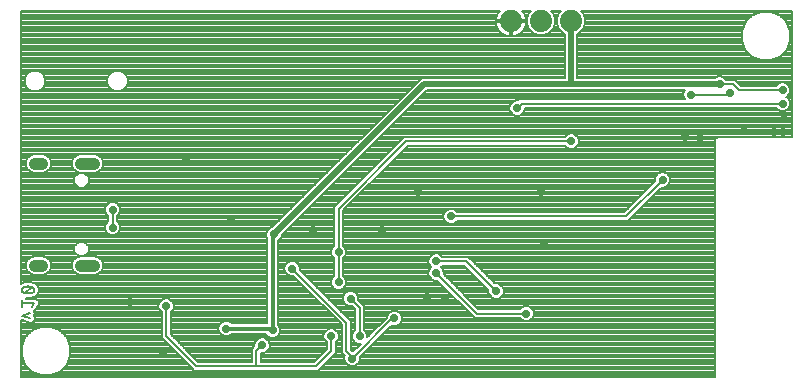
<source format=gbl>
G75*
%MOIN*%
%OFA0B0*%
%FSLAX25Y25*%
%IPPOS*%
%LPD*%
%AMOC8*
5,1,8,0,0,1.08239X$1,22.5*
%
%ADD10C,0.00800*%
%ADD11C,0.03937*%
%ADD12C,0.07400*%
%ADD13C,0.02900*%
%ADD14C,0.01200*%
%ADD15C,0.02000*%
D10*
X0216500Y0041500D02*
X0216500Y0060356D01*
X0216785Y0060214D01*
X0216900Y0060252D01*
X0219815Y0059280D01*
X0220927Y0059836D01*
X0221319Y0061015D01*
X0220910Y0061833D01*
X0221319Y0062652D01*
X0221059Y0063432D01*
X0222219Y0064881D01*
X0222600Y0065262D01*
X0222600Y0065357D01*
X0222659Y0065431D01*
X0222600Y0065966D01*
X0222600Y0066505D01*
X0222533Y0066572D01*
X0222522Y0066666D01*
X0222102Y0067003D01*
X0221721Y0067383D01*
X0221626Y0067383D01*
X0221552Y0067443D01*
X0221017Y0067383D01*
X0218400Y0067383D01*
X0218400Y0067671D01*
X0218355Y0067717D01*
X0220145Y0067717D01*
X0221091Y0068178D01*
X0221720Y0068393D01*
X0222600Y0069626D01*
X0222600Y0071141D01*
X0221720Y0072373D01*
X0221720Y0072373D01*
X0221091Y0072589D01*
X0221056Y0072606D01*
X0220950Y0072739D01*
X0220734Y0072763D01*
X0220145Y0073050D01*
X0217855Y0073050D01*
X0216909Y0072589D01*
X0216500Y0072449D01*
X0216500Y0163500D01*
X0376288Y0163500D01*
X0376110Y0163322D01*
X0375638Y0162673D01*
X0375274Y0161958D01*
X0375026Y0161194D01*
X0374900Y0160401D01*
X0374900Y0160400D01*
X0379600Y0160400D01*
X0379600Y0159600D01*
X0374900Y0159600D01*
X0374900Y0159599D01*
X0375026Y0158806D01*
X0375274Y0158042D01*
X0375638Y0157327D01*
X0376110Y0156678D01*
X0376678Y0156110D01*
X0377327Y0155638D01*
X0378042Y0155274D01*
X0378806Y0155026D01*
X0379599Y0154900D01*
X0379600Y0154900D01*
X0379600Y0159600D01*
X0380400Y0159600D01*
X0380400Y0160400D01*
X0385100Y0160400D01*
X0385100Y0160401D01*
X0384974Y0161194D01*
X0384726Y0161958D01*
X0384362Y0162673D01*
X0383890Y0163322D01*
X0383712Y0163500D01*
X0386712Y0163500D01*
X0385931Y0162719D01*
X0385200Y0160955D01*
X0385200Y0159045D01*
X0385931Y0157281D01*
X0387281Y0155931D01*
X0389045Y0155200D01*
X0390955Y0155200D01*
X0392719Y0155931D01*
X0394069Y0157281D01*
X0394800Y0159045D01*
X0394800Y0160955D01*
X0394069Y0162719D01*
X0393288Y0163500D01*
X0396712Y0163500D01*
X0395931Y0162719D01*
X0395200Y0160955D01*
X0395200Y0159045D01*
X0395931Y0157281D01*
X0397281Y0155931D01*
X0397900Y0155674D01*
X0397900Y0141150D01*
X0350180Y0141150D01*
X0300580Y0091550D01*
X0300493Y0091550D01*
X0299556Y0091162D01*
X0298838Y0090444D01*
X0298450Y0089507D01*
X0298450Y0088493D01*
X0298800Y0087648D01*
X0298800Y0059200D01*
X0286906Y0059200D01*
X0286444Y0059662D01*
X0285507Y0060050D01*
X0284493Y0060050D01*
X0283556Y0059662D01*
X0282838Y0058944D01*
X0282450Y0058007D01*
X0282450Y0056993D01*
X0282838Y0056056D01*
X0283556Y0055338D01*
X0284493Y0054950D01*
X0285507Y0054950D01*
X0286444Y0055338D01*
X0286906Y0055800D01*
X0298191Y0055800D01*
X0298338Y0055445D01*
X0299056Y0054727D01*
X0299993Y0054339D01*
X0301007Y0054339D01*
X0301944Y0054727D01*
X0302662Y0055445D01*
X0303050Y0056382D01*
X0303050Y0057396D01*
X0302662Y0058333D01*
X0302200Y0058795D01*
X0302200Y0086737D01*
X0302444Y0086838D01*
X0303162Y0087556D01*
X0303550Y0088493D01*
X0303550Y0088580D01*
X0351920Y0136950D01*
X0437844Y0136950D01*
X0437838Y0136944D01*
X0437450Y0136007D01*
X0437450Y0134993D01*
X0437838Y0134056D01*
X0437894Y0134000D01*
X0382879Y0134000D01*
X0382429Y0133550D01*
X0381493Y0133550D01*
X0380556Y0133162D01*
X0379838Y0132444D01*
X0379450Y0131507D01*
X0379450Y0130493D01*
X0379838Y0129556D01*
X0380556Y0128838D01*
X0381493Y0128450D01*
X0382507Y0128450D01*
X0383444Y0128838D01*
X0384162Y0129556D01*
X0384550Y0130493D01*
X0384550Y0131000D01*
X0468394Y0131000D01*
X0469056Y0130338D01*
X0469993Y0129950D01*
X0471007Y0129950D01*
X0471944Y0130338D01*
X0472662Y0131056D01*
X0473050Y0131993D01*
X0473050Y0133007D01*
X0472662Y0133944D01*
X0471944Y0134662D01*
X0471731Y0134750D01*
X0471944Y0134838D01*
X0472662Y0135556D01*
X0473050Y0136493D01*
X0473050Y0137507D01*
X0472662Y0138444D01*
X0471944Y0139162D01*
X0471007Y0139550D01*
X0469993Y0139550D01*
X0469056Y0139162D01*
X0468394Y0138500D01*
X0456657Y0138500D01*
X0454657Y0140500D01*
X0451606Y0140500D01*
X0450944Y0141162D01*
X0450007Y0141550D01*
X0448993Y0141550D01*
X0448056Y0141162D01*
X0448044Y0141150D01*
X0402100Y0141150D01*
X0402100Y0155674D01*
X0402719Y0155931D01*
X0404069Y0157281D01*
X0404800Y0159045D01*
X0404800Y0160955D01*
X0404069Y0162719D01*
X0403288Y0163500D01*
X0473500Y0163500D01*
X0473500Y0121500D01*
X0448879Y0121500D01*
X0448000Y0120621D01*
X0448000Y0041500D01*
X0216500Y0041500D01*
X0216500Y0041597D02*
X0448000Y0041597D01*
X0448000Y0042396D02*
X0227807Y0042396D01*
X0226611Y0041900D02*
X0229588Y0043133D01*
X0231867Y0045412D01*
X0233100Y0048389D01*
X0233100Y0051611D01*
X0231867Y0054588D01*
X0231867Y0054588D01*
X0229588Y0056867D01*
X0226611Y0058100D01*
X0223389Y0058100D01*
X0220412Y0056867D01*
X0220412Y0056867D01*
X0218133Y0054588D01*
X0216900Y0051611D01*
X0216900Y0048389D01*
X0218133Y0045412D01*
X0220412Y0043133D01*
X0223389Y0041900D01*
X0224669Y0041900D01*
X0226611Y0041900D01*
X0226611Y0041900D01*
X0229649Y0043194D02*
X0448000Y0043194D01*
X0448000Y0043993D02*
X0316114Y0043993D01*
X0316500Y0044379D02*
X0320621Y0048500D01*
X0321500Y0049379D01*
X0321500Y0052894D01*
X0322162Y0053556D01*
X0322550Y0054493D01*
X0322550Y0055507D01*
X0322162Y0056444D01*
X0321444Y0057162D01*
X0320507Y0057550D01*
X0319493Y0057550D01*
X0318556Y0057162D01*
X0317838Y0056444D01*
X0317450Y0055507D01*
X0317450Y0054493D01*
X0317838Y0053556D01*
X0318500Y0052894D01*
X0318500Y0050621D01*
X0314379Y0046500D01*
X0296500Y0046500D01*
X0296500Y0049379D01*
X0296571Y0049450D01*
X0297507Y0049450D01*
X0298444Y0049838D01*
X0299162Y0050556D01*
X0299550Y0051493D01*
X0299550Y0052507D01*
X0299162Y0053444D01*
X0298444Y0054162D01*
X0297507Y0054550D01*
X0296493Y0054550D01*
X0295556Y0054162D01*
X0294838Y0053444D01*
X0294450Y0052507D01*
X0294450Y0051571D01*
X0293500Y0050621D01*
X0293500Y0046500D01*
X0275621Y0046500D01*
X0266500Y0055621D01*
X0266500Y0062894D01*
X0267162Y0063556D01*
X0267550Y0064493D01*
X0267550Y0065507D01*
X0267162Y0066444D01*
X0266444Y0067162D01*
X0265507Y0067550D01*
X0264493Y0067550D01*
X0263556Y0067162D01*
X0262838Y0066444D01*
X0262450Y0065507D01*
X0262450Y0064493D01*
X0262838Y0063556D01*
X0263500Y0062894D01*
X0263500Y0054379D01*
X0273500Y0044379D01*
X0273500Y0044379D01*
X0274379Y0043500D01*
X0315621Y0043500D01*
X0316500Y0044379D01*
X0316912Y0044791D02*
X0448000Y0044791D01*
X0448000Y0045590D02*
X0328696Y0045590D01*
X0328444Y0045338D02*
X0329162Y0046056D01*
X0329550Y0046993D01*
X0329550Y0047929D01*
X0340149Y0058527D01*
X0340604Y0058339D01*
X0341618Y0058339D01*
X0342555Y0058727D01*
X0343273Y0059445D01*
X0343661Y0060382D01*
X0343661Y0061396D01*
X0343273Y0062333D01*
X0342555Y0063051D01*
X0341618Y0063439D01*
X0340604Y0063439D01*
X0339667Y0063051D01*
X0338949Y0062333D01*
X0338561Y0061396D01*
X0338561Y0061182D01*
X0332050Y0054671D01*
X0332050Y0055507D01*
X0331662Y0056444D01*
X0331000Y0057106D01*
X0331000Y0065121D01*
X0329050Y0067071D01*
X0329050Y0068007D01*
X0328662Y0068944D01*
X0327944Y0069662D01*
X0327007Y0070050D01*
X0325993Y0070050D01*
X0325056Y0069662D01*
X0324338Y0068944D01*
X0323950Y0068007D01*
X0323950Y0066993D01*
X0324338Y0066056D01*
X0325056Y0065338D01*
X0325993Y0064950D01*
X0326929Y0064950D01*
X0328000Y0063879D01*
X0328000Y0057106D01*
X0327338Y0056444D01*
X0326950Y0055507D01*
X0326950Y0054493D01*
X0327338Y0053556D01*
X0328056Y0052838D01*
X0328993Y0052450D01*
X0329829Y0052450D01*
X0327429Y0050050D01*
X0327071Y0050050D01*
X0326500Y0050621D01*
X0326500Y0060121D01*
X0325621Y0061000D01*
X0309550Y0077071D01*
X0309550Y0078007D01*
X0309162Y0078944D01*
X0308444Y0079662D01*
X0307507Y0080050D01*
X0306493Y0080050D01*
X0305556Y0079662D01*
X0304838Y0078944D01*
X0304450Y0078007D01*
X0304450Y0076993D01*
X0304838Y0076056D01*
X0305556Y0075338D01*
X0306493Y0074950D01*
X0307429Y0074950D01*
X0323500Y0058879D01*
X0323500Y0049379D01*
X0324573Y0048305D01*
X0324450Y0048007D01*
X0324450Y0046993D01*
X0324838Y0046056D01*
X0325556Y0045338D01*
X0326493Y0044950D01*
X0327507Y0044950D01*
X0328444Y0045338D01*
X0329300Y0046388D02*
X0448000Y0046388D01*
X0448000Y0047187D02*
X0329550Y0047187D01*
X0329606Y0047985D02*
X0448000Y0047985D01*
X0448000Y0048784D02*
X0330405Y0048784D01*
X0331203Y0049582D02*
X0448000Y0049582D01*
X0448000Y0050381D02*
X0332002Y0050381D01*
X0332800Y0051179D02*
X0448000Y0051179D01*
X0448000Y0051978D02*
X0333599Y0051978D01*
X0334397Y0052776D02*
X0448000Y0052776D01*
X0448000Y0053575D02*
X0335196Y0053575D01*
X0335995Y0054373D02*
X0448000Y0054373D01*
X0448000Y0055172D02*
X0336793Y0055172D01*
X0337592Y0055970D02*
X0448000Y0055970D01*
X0448000Y0056769D02*
X0338390Y0056769D01*
X0339189Y0057567D02*
X0448000Y0057567D01*
X0448000Y0058366D02*
X0341683Y0058366D01*
X0340539Y0058366D02*
X0339987Y0058366D01*
X0340389Y0060889D02*
X0341111Y0060889D01*
X0340389Y0060889D02*
X0327250Y0047750D01*
X0325000Y0050000D01*
X0325000Y0059500D01*
X0307000Y0077500D01*
X0306047Y0075134D02*
X0302200Y0075134D01*
X0302200Y0074336D02*
X0308043Y0074336D01*
X0308841Y0073537D02*
X0302200Y0073537D01*
X0302200Y0072739D02*
X0309640Y0072739D01*
X0310438Y0071940D02*
X0302200Y0071940D01*
X0302200Y0071142D02*
X0311237Y0071142D01*
X0312035Y0070343D02*
X0302200Y0070343D01*
X0302200Y0069545D02*
X0312834Y0069545D01*
X0313632Y0068746D02*
X0302200Y0068746D01*
X0302200Y0067948D02*
X0314431Y0067948D01*
X0315229Y0067149D02*
X0302200Y0067149D01*
X0302200Y0066351D02*
X0316028Y0066351D01*
X0316826Y0065552D02*
X0302200Y0065552D01*
X0302200Y0064754D02*
X0317625Y0064754D01*
X0318423Y0063955D02*
X0302200Y0063955D01*
X0302200Y0063157D02*
X0319222Y0063157D01*
X0320020Y0062358D02*
X0302200Y0062358D01*
X0302200Y0061560D02*
X0320819Y0061560D01*
X0321617Y0060761D02*
X0302200Y0060761D01*
X0302200Y0059963D02*
X0322416Y0059963D01*
X0323214Y0059164D02*
X0302200Y0059164D01*
X0302629Y0058366D02*
X0323500Y0058366D01*
X0323500Y0057567D02*
X0302979Y0057567D01*
X0303050Y0056769D02*
X0318163Y0056769D01*
X0317642Y0055970D02*
X0302880Y0055970D01*
X0302389Y0055172D02*
X0317450Y0055172D01*
X0317500Y0054373D02*
X0301090Y0054373D01*
X0299910Y0054373D02*
X0297934Y0054373D01*
X0298611Y0055172D02*
X0286042Y0055172D01*
X0283957Y0055172D02*
X0266950Y0055172D01*
X0266500Y0055970D02*
X0282924Y0055970D01*
X0282543Y0056769D02*
X0266500Y0056769D01*
X0266500Y0057567D02*
X0282450Y0057567D01*
X0282599Y0058366D02*
X0266500Y0058366D01*
X0266500Y0059164D02*
X0283058Y0059164D01*
X0284282Y0059963D02*
X0266500Y0059963D01*
X0266500Y0060761D02*
X0298800Y0060761D01*
X0298800Y0059963D02*
X0285718Y0059963D01*
X0296066Y0054373D02*
X0267748Y0054373D01*
X0268547Y0053575D02*
X0294968Y0053575D01*
X0294561Y0052776D02*
X0269345Y0052776D01*
X0270144Y0051978D02*
X0294450Y0051978D01*
X0294058Y0051179D02*
X0270942Y0051179D01*
X0271741Y0050381D02*
X0293500Y0050381D01*
X0293500Y0049582D02*
X0272539Y0049582D01*
X0273338Y0048784D02*
X0293500Y0048784D01*
X0293500Y0047985D02*
X0274136Y0047985D01*
X0274935Y0047187D02*
X0293500Y0047187D01*
X0295000Y0045000D02*
X0295000Y0050000D01*
X0297000Y0052000D01*
X0299550Y0051978D02*
X0318500Y0051978D01*
X0318500Y0052776D02*
X0299439Y0052776D01*
X0299032Y0053575D02*
X0317830Y0053575D01*
X0318500Y0051179D02*
X0299420Y0051179D01*
X0298987Y0050381D02*
X0318259Y0050381D01*
X0317461Y0049582D02*
X0297826Y0049582D01*
X0296500Y0048784D02*
X0316662Y0048784D01*
X0315864Y0047985D02*
X0296500Y0047985D01*
X0296500Y0047187D02*
X0315065Y0047187D01*
X0315000Y0045000D02*
X0295000Y0045000D01*
X0275000Y0045000D01*
X0265000Y0055000D01*
X0265000Y0065000D01*
X0266763Y0063157D02*
X0298800Y0063157D01*
X0298800Y0063955D02*
X0267327Y0063955D01*
X0267550Y0064754D02*
X0298800Y0064754D01*
X0298800Y0065552D02*
X0267531Y0065552D01*
X0267201Y0066351D02*
X0298800Y0066351D01*
X0298800Y0067149D02*
X0266457Y0067149D01*
X0263543Y0067149D02*
X0221955Y0067149D01*
X0222600Y0066351D02*
X0262799Y0066351D01*
X0262469Y0065552D02*
X0222646Y0065552D01*
X0222117Y0064754D02*
X0262450Y0064754D01*
X0262673Y0063955D02*
X0221479Y0063955D01*
X0221151Y0063157D02*
X0263237Y0063157D01*
X0263500Y0062358D02*
X0221173Y0062358D01*
X0221047Y0061560D02*
X0263500Y0061560D01*
X0263500Y0060761D02*
X0221235Y0060761D01*
X0220969Y0059963D02*
X0263500Y0059963D01*
X0263500Y0059164D02*
X0216500Y0059164D01*
X0216500Y0058366D02*
X0263500Y0058366D01*
X0263500Y0057567D02*
X0227897Y0057567D01*
X0229588Y0056867D02*
X0229588Y0056867D01*
X0229686Y0056769D02*
X0263500Y0056769D01*
X0263500Y0055970D02*
X0230485Y0055970D01*
X0231283Y0055172D02*
X0263500Y0055172D01*
X0263505Y0054373D02*
X0231956Y0054373D01*
X0232287Y0053575D02*
X0264304Y0053575D01*
X0265102Y0052776D02*
X0232617Y0052776D01*
X0232948Y0051978D02*
X0265901Y0051978D01*
X0266700Y0051179D02*
X0233100Y0051179D01*
X0233100Y0050381D02*
X0267498Y0050381D01*
X0268297Y0049582D02*
X0233100Y0049582D01*
X0233100Y0048784D02*
X0269095Y0048784D01*
X0269894Y0047985D02*
X0232933Y0047985D01*
X0232602Y0047187D02*
X0270692Y0047187D01*
X0271491Y0046388D02*
X0232271Y0046388D01*
X0231941Y0045590D02*
X0272289Y0045590D01*
X0273088Y0044791D02*
X0231246Y0044791D01*
X0231867Y0045412D02*
X0231867Y0045412D01*
X0230448Y0043993D02*
X0273886Y0043993D01*
X0266500Y0061560D02*
X0298800Y0061560D01*
X0298800Y0062358D02*
X0266500Y0062358D01*
X0243664Y0076754D02*
X0244131Y0077882D01*
X0244131Y0079102D01*
X0243664Y0080230D01*
X0242801Y0081093D01*
X0241673Y0081561D01*
X0236122Y0081561D01*
X0234994Y0081093D01*
X0234131Y0080230D01*
X0233664Y0079102D01*
X0233664Y0077882D01*
X0234131Y0076754D01*
X0234994Y0075891D01*
X0236122Y0075424D01*
X0241673Y0075424D01*
X0242801Y0075891D01*
X0243664Y0076754D01*
X0243642Y0076732D02*
X0298800Y0076732D01*
X0298800Y0077530D02*
X0243986Y0077530D01*
X0244131Y0078329D02*
X0298800Y0078329D01*
X0298800Y0079127D02*
X0244121Y0079127D01*
X0243791Y0079926D02*
X0298800Y0079926D01*
X0298800Y0080724D02*
X0243171Y0080724D01*
X0241765Y0081523D02*
X0298800Y0081523D01*
X0298800Y0082321D02*
X0238375Y0082321D01*
X0237797Y0081743D02*
X0239191Y0083136D01*
X0239191Y0085108D01*
X0237797Y0086502D01*
X0235825Y0086502D01*
X0234431Y0085108D01*
X0234431Y0083136D01*
X0235825Y0081743D01*
X0237797Y0081743D01*
X0236030Y0081523D02*
X0224324Y0081523D01*
X0224232Y0081561D02*
X0220649Y0081561D01*
X0219522Y0081093D01*
X0218658Y0080230D01*
X0218191Y0079102D01*
X0218191Y0077882D01*
X0218658Y0076754D01*
X0219522Y0075891D01*
X0220649Y0075424D01*
X0224232Y0075424D01*
X0225360Y0075891D01*
X0226223Y0076754D01*
X0226691Y0077882D01*
X0226691Y0079102D01*
X0226223Y0080230D01*
X0225360Y0081093D01*
X0224232Y0081561D01*
X0225730Y0080724D02*
X0234625Y0080724D01*
X0234005Y0079926D02*
X0226350Y0079926D01*
X0226680Y0079127D02*
X0233674Y0079127D01*
X0233664Y0078329D02*
X0226691Y0078329D01*
X0226545Y0077530D02*
X0233809Y0077530D01*
X0234153Y0076732D02*
X0226201Y0076732D01*
X0225402Y0075933D02*
X0234952Y0075933D01*
X0242843Y0075933D02*
X0298800Y0075933D01*
X0298800Y0075134D02*
X0216500Y0075134D01*
X0216500Y0074336D02*
X0298800Y0074336D01*
X0298800Y0073537D02*
X0216500Y0073537D01*
X0216500Y0072739D02*
X0217217Y0072739D01*
X0217483Y0069567D02*
X0217585Y0069519D01*
X0217688Y0069475D01*
X0217792Y0069434D01*
X0217898Y0069397D01*
X0218005Y0069363D01*
X0218113Y0069333D01*
X0218222Y0069306D01*
X0218331Y0069282D01*
X0218442Y0069262D01*
X0218553Y0069246D01*
X0218664Y0069233D01*
X0218776Y0069224D01*
X0218888Y0069219D01*
X0219000Y0069217D01*
X0219000Y0071550D02*
X0219112Y0071548D01*
X0219224Y0071543D01*
X0219336Y0071534D01*
X0219447Y0071521D01*
X0219558Y0071505D01*
X0219669Y0071485D01*
X0219778Y0071461D01*
X0219887Y0071434D01*
X0219995Y0071404D01*
X0220102Y0071370D01*
X0220208Y0071333D01*
X0220312Y0071292D01*
X0220415Y0071248D01*
X0220517Y0071200D01*
X0220167Y0071317D02*
X0217833Y0069450D01*
X0216900Y0070383D02*
X0216902Y0070439D01*
X0216907Y0070495D01*
X0216917Y0070551D01*
X0216929Y0070606D01*
X0216946Y0070660D01*
X0216965Y0070712D01*
X0216989Y0070764D01*
X0217015Y0070814D01*
X0217045Y0070861D01*
X0217077Y0070907D01*
X0217113Y0070951D01*
X0217152Y0070992D01*
X0217193Y0071031D01*
X0217236Y0071066D01*
X0217282Y0071099D01*
X0217330Y0071129D01*
X0217379Y0071156D01*
X0217430Y0071179D01*
X0217483Y0071199D01*
X0216900Y0070383D02*
X0216902Y0070327D01*
X0216907Y0070271D01*
X0216917Y0070215D01*
X0216929Y0070160D01*
X0216946Y0070106D01*
X0216965Y0070054D01*
X0216989Y0070002D01*
X0217015Y0069952D01*
X0217045Y0069905D01*
X0217077Y0069859D01*
X0217113Y0069815D01*
X0217152Y0069774D01*
X0217193Y0069735D01*
X0217236Y0069700D01*
X0217282Y0069667D01*
X0217330Y0069637D01*
X0217379Y0069610D01*
X0217430Y0069587D01*
X0217483Y0069567D01*
X0217483Y0071200D02*
X0217585Y0071248D01*
X0217688Y0071292D01*
X0217792Y0071333D01*
X0217898Y0071370D01*
X0218005Y0071404D01*
X0218113Y0071434D01*
X0218222Y0071461D01*
X0218331Y0071485D01*
X0218442Y0071505D01*
X0218553Y0071521D01*
X0218664Y0071534D01*
X0218776Y0071543D01*
X0218888Y0071548D01*
X0219000Y0071550D01*
X0219000Y0069217D02*
X0219112Y0069219D01*
X0219224Y0069224D01*
X0219336Y0069233D01*
X0219447Y0069246D01*
X0219558Y0069262D01*
X0219669Y0069282D01*
X0219778Y0069306D01*
X0219887Y0069333D01*
X0219995Y0069363D01*
X0220102Y0069397D01*
X0220208Y0069434D01*
X0220312Y0069475D01*
X0220415Y0069519D01*
X0220517Y0069567D01*
X0220570Y0069587D01*
X0220621Y0069610D01*
X0220670Y0069637D01*
X0220718Y0069667D01*
X0220764Y0069700D01*
X0220807Y0069735D01*
X0220848Y0069774D01*
X0220887Y0069815D01*
X0220922Y0069859D01*
X0220955Y0069905D01*
X0220985Y0069952D01*
X0221011Y0070002D01*
X0221035Y0070054D01*
X0221054Y0070106D01*
X0221071Y0070160D01*
X0221083Y0070215D01*
X0221093Y0070271D01*
X0221098Y0070327D01*
X0221100Y0070383D01*
X0221098Y0070439D01*
X0221093Y0070495D01*
X0221083Y0070551D01*
X0221071Y0070606D01*
X0221054Y0070660D01*
X0221035Y0070712D01*
X0221011Y0070764D01*
X0220985Y0070814D01*
X0220955Y0070861D01*
X0220923Y0070907D01*
X0220887Y0070951D01*
X0220848Y0070992D01*
X0220807Y0071031D01*
X0220764Y0071066D01*
X0220718Y0071099D01*
X0220670Y0071129D01*
X0220621Y0071156D01*
X0220570Y0071179D01*
X0220517Y0071199D01*
X0220949Y0072739D02*
X0298800Y0072739D01*
X0298800Y0071940D02*
X0222029Y0071940D01*
X0221720Y0072373D02*
X0221720Y0072373D01*
X0222599Y0071142D02*
X0298800Y0071142D01*
X0298800Y0070343D02*
X0222600Y0070343D01*
X0222542Y0069545D02*
X0298800Y0069545D01*
X0298800Y0068746D02*
X0221972Y0068746D01*
X0221720Y0068393D02*
X0221720Y0068393D01*
X0220619Y0067948D02*
X0298800Y0067948D01*
X0311487Y0075134D02*
X0321000Y0075134D01*
X0321000Y0075106D02*
X0320338Y0074444D01*
X0319950Y0073507D01*
X0319950Y0072493D01*
X0320338Y0071556D01*
X0321056Y0070838D01*
X0321993Y0070450D01*
X0323007Y0070450D01*
X0323944Y0070838D01*
X0324662Y0071556D01*
X0325050Y0072493D01*
X0325050Y0073507D01*
X0324662Y0074444D01*
X0324000Y0075106D01*
X0324000Y0080894D01*
X0324662Y0081556D01*
X0325050Y0082493D01*
X0325050Y0083507D01*
X0324662Y0084444D01*
X0324000Y0085106D01*
X0324000Y0096879D01*
X0345621Y0118500D01*
X0397894Y0118500D01*
X0398556Y0117838D01*
X0399493Y0117450D01*
X0400507Y0117450D01*
X0401444Y0117838D01*
X0402162Y0118556D01*
X0402550Y0119493D01*
X0402550Y0120507D01*
X0402162Y0121444D01*
X0401444Y0122162D01*
X0400507Y0122550D01*
X0399493Y0122550D01*
X0398556Y0122162D01*
X0397894Y0121500D01*
X0344379Y0121500D01*
X0321879Y0099000D01*
X0321000Y0098121D01*
X0321000Y0085106D01*
X0320338Y0084444D01*
X0319950Y0083507D01*
X0319950Y0082493D01*
X0320338Y0081556D01*
X0321000Y0080894D01*
X0321000Y0075106D01*
X0321000Y0075933D02*
X0310688Y0075933D01*
X0309890Y0076732D02*
X0321000Y0076732D01*
X0321000Y0077530D02*
X0309550Y0077530D01*
X0309417Y0078329D02*
X0321000Y0078329D01*
X0321000Y0079127D02*
X0308979Y0079127D01*
X0307808Y0079926D02*
X0321000Y0079926D01*
X0321000Y0080724D02*
X0302200Y0080724D01*
X0302200Y0079926D02*
X0306192Y0079926D01*
X0305021Y0079127D02*
X0302200Y0079127D01*
X0302200Y0078329D02*
X0304583Y0078329D01*
X0304450Y0077530D02*
X0302200Y0077530D01*
X0302200Y0076732D02*
X0304558Y0076732D01*
X0304961Y0075933D02*
X0302200Y0075933D01*
X0302200Y0081523D02*
X0320371Y0081523D01*
X0320021Y0082321D02*
X0302200Y0082321D01*
X0302200Y0083120D02*
X0319950Y0083120D01*
X0320120Y0083918D02*
X0302200Y0083918D01*
X0302200Y0084717D02*
X0320610Y0084717D01*
X0321000Y0085515D02*
X0302200Y0085515D01*
X0302200Y0086314D02*
X0321000Y0086314D01*
X0321000Y0087112D02*
X0302718Y0087112D01*
X0303309Y0087911D02*
X0321000Y0087911D01*
X0321000Y0088709D02*
X0303679Y0088709D01*
X0304478Y0089508D02*
X0321000Y0089508D01*
X0321000Y0090306D02*
X0305276Y0090306D01*
X0306075Y0091105D02*
X0321000Y0091105D01*
X0321000Y0091903D02*
X0306873Y0091903D01*
X0307672Y0092702D02*
X0321000Y0092702D01*
X0321000Y0093500D02*
X0308470Y0093500D01*
X0309269Y0094299D02*
X0321000Y0094299D01*
X0321000Y0095097D02*
X0310067Y0095097D01*
X0310866Y0095896D02*
X0321000Y0095896D01*
X0321000Y0096694D02*
X0311664Y0096694D01*
X0312463Y0097493D02*
X0321000Y0097493D01*
X0321170Y0098291D02*
X0313261Y0098291D01*
X0314060Y0099090D02*
X0321969Y0099090D01*
X0322767Y0099888D02*
X0314858Y0099888D01*
X0315657Y0100687D02*
X0323566Y0100687D01*
X0324364Y0101485D02*
X0316455Y0101485D01*
X0317254Y0102284D02*
X0325163Y0102284D01*
X0325961Y0103082D02*
X0318052Y0103082D01*
X0318851Y0103881D02*
X0326760Y0103881D01*
X0327558Y0104679D02*
X0319649Y0104679D01*
X0320448Y0105478D02*
X0328357Y0105478D01*
X0329155Y0106276D02*
X0321246Y0106276D01*
X0322045Y0107075D02*
X0329954Y0107075D01*
X0330752Y0107873D02*
X0322843Y0107873D01*
X0323642Y0108672D02*
X0331551Y0108672D01*
X0332349Y0109470D02*
X0324440Y0109470D01*
X0325239Y0110269D02*
X0333148Y0110269D01*
X0333946Y0111068D02*
X0326037Y0111068D01*
X0326836Y0111866D02*
X0334745Y0111866D01*
X0335543Y0112665D02*
X0327634Y0112665D01*
X0328433Y0113463D02*
X0336342Y0113463D01*
X0337140Y0114262D02*
X0329231Y0114262D01*
X0330030Y0115060D02*
X0337939Y0115060D01*
X0338737Y0115859D02*
X0330828Y0115859D01*
X0331627Y0116657D02*
X0339536Y0116657D01*
X0340334Y0117456D02*
X0332425Y0117456D01*
X0333224Y0118254D02*
X0341133Y0118254D01*
X0341931Y0119053D02*
X0334022Y0119053D01*
X0334821Y0119851D02*
X0342730Y0119851D01*
X0343528Y0120650D02*
X0335619Y0120650D01*
X0336418Y0121448D02*
X0344327Y0121448D01*
X0345000Y0120000D02*
X0322500Y0097500D01*
X0322500Y0083000D01*
X0322500Y0073000D01*
X0324248Y0071142D02*
X0357737Y0071142D01*
X0358535Y0070343D02*
X0316278Y0070343D01*
X0317076Y0069545D02*
X0324939Y0069545D01*
X0324256Y0068746D02*
X0317875Y0068746D01*
X0318673Y0067948D02*
X0323950Y0067948D01*
X0323950Y0067149D02*
X0319472Y0067149D01*
X0320270Y0066351D02*
X0324216Y0066351D01*
X0324841Y0065552D02*
X0321069Y0065552D01*
X0321867Y0064754D02*
X0327125Y0064754D01*
X0327923Y0063955D02*
X0322666Y0063955D01*
X0323464Y0063157D02*
X0328000Y0063157D01*
X0328000Y0062358D02*
X0324263Y0062358D01*
X0325062Y0061560D02*
X0328000Y0061560D01*
X0328000Y0060761D02*
X0325860Y0060761D01*
X0326500Y0059963D02*
X0328000Y0059963D01*
X0328000Y0059164D02*
X0326500Y0059164D01*
X0326500Y0058366D02*
X0328000Y0058366D01*
X0328000Y0057567D02*
X0326500Y0057567D01*
X0326500Y0056769D02*
X0327663Y0056769D01*
X0327142Y0055970D02*
X0326500Y0055970D01*
X0326500Y0055172D02*
X0326950Y0055172D01*
X0327000Y0054373D02*
X0326500Y0054373D01*
X0326500Y0053575D02*
X0327330Y0053575D01*
X0326500Y0052776D02*
X0328205Y0052776D01*
X0329356Y0051978D02*
X0326500Y0051978D01*
X0326500Y0051179D02*
X0328558Y0051179D01*
X0327759Y0050381D02*
X0326741Y0050381D01*
X0327250Y0047750D02*
X0327000Y0047500D01*
X0324700Y0046388D02*
X0318509Y0046388D01*
X0317711Y0045590D02*
X0325304Y0045590D01*
X0324450Y0047187D02*
X0319308Y0047187D01*
X0320106Y0047985D02*
X0324450Y0047985D01*
X0324095Y0048784D02*
X0320905Y0048784D01*
X0321500Y0049582D02*
X0323500Y0049582D01*
X0323500Y0050381D02*
X0321500Y0050381D01*
X0321500Y0051179D02*
X0323500Y0051179D01*
X0323500Y0051978D02*
X0321500Y0051978D01*
X0321500Y0052776D02*
X0323500Y0052776D01*
X0323500Y0053575D02*
X0322170Y0053575D01*
X0322500Y0054373D02*
X0323500Y0054373D01*
X0323500Y0055172D02*
X0322550Y0055172D01*
X0322358Y0055970D02*
X0323500Y0055970D01*
X0323500Y0056769D02*
X0321837Y0056769D01*
X0320000Y0055000D02*
X0320000Y0050000D01*
X0315000Y0045000D01*
X0329500Y0055000D02*
X0329500Y0064500D01*
X0326500Y0067500D01*
X0328744Y0068746D02*
X0360132Y0068746D01*
X0360931Y0067948D02*
X0329050Y0067948D01*
X0329050Y0067149D02*
X0361729Y0067149D01*
X0362528Y0066351D02*
X0329770Y0066351D01*
X0330569Y0065552D02*
X0363326Y0065552D01*
X0364125Y0064754D02*
X0331000Y0064754D01*
X0331000Y0063955D02*
X0364923Y0063955D01*
X0365722Y0063157D02*
X0342299Y0063157D01*
X0343248Y0062358D02*
X0366520Y0062358D01*
X0367000Y0061879D02*
X0367879Y0061000D01*
X0382894Y0061000D01*
X0383556Y0060338D01*
X0384493Y0059950D01*
X0385507Y0059950D01*
X0386444Y0060338D01*
X0387162Y0061056D01*
X0387550Y0061993D01*
X0387550Y0063007D01*
X0387162Y0063944D01*
X0386444Y0064662D01*
X0385507Y0065050D01*
X0384493Y0065050D01*
X0383556Y0064662D01*
X0382894Y0064000D01*
X0369121Y0064000D01*
X0357550Y0075571D01*
X0357550Y0076507D01*
X0357162Y0077444D01*
X0356606Y0078000D01*
X0357106Y0078500D01*
X0364379Y0078500D01*
X0372450Y0070429D01*
X0372450Y0069493D01*
X0372838Y0068556D01*
X0373556Y0067838D01*
X0374493Y0067450D01*
X0375507Y0067450D01*
X0376444Y0067838D01*
X0377162Y0068556D01*
X0377550Y0069493D01*
X0377550Y0070507D01*
X0377162Y0071444D01*
X0376444Y0072162D01*
X0375507Y0072550D01*
X0374571Y0072550D01*
X0366500Y0080621D01*
X0365621Y0081500D01*
X0357106Y0081500D01*
X0356444Y0082162D01*
X0355507Y0082550D01*
X0354493Y0082550D01*
X0353556Y0082162D01*
X0352838Y0081444D01*
X0352450Y0080507D01*
X0352450Y0079493D01*
X0352838Y0078556D01*
X0353394Y0078000D01*
X0352838Y0077444D01*
X0352450Y0076507D01*
X0352450Y0075493D01*
X0352838Y0074556D01*
X0353556Y0073838D01*
X0354493Y0073450D01*
X0355429Y0073450D01*
X0367000Y0061879D01*
X0367319Y0061560D02*
X0343593Y0061560D01*
X0343661Y0060761D02*
X0383132Y0060761D01*
X0384462Y0059963D02*
X0343487Y0059963D01*
X0342992Y0059164D02*
X0448000Y0059164D01*
X0448000Y0059963D02*
X0385538Y0059963D01*
X0386868Y0060761D02*
X0448000Y0060761D01*
X0448000Y0061560D02*
X0387371Y0061560D01*
X0387550Y0062358D02*
X0448000Y0062358D01*
X0448000Y0063157D02*
X0387488Y0063157D01*
X0387151Y0063955D02*
X0448000Y0063955D01*
X0448000Y0064754D02*
X0386222Y0064754D01*
X0383778Y0064754D02*
X0368367Y0064754D01*
X0367569Y0065552D02*
X0448000Y0065552D01*
X0448000Y0066351D02*
X0366770Y0066351D01*
X0365972Y0067149D02*
X0448000Y0067149D01*
X0448000Y0067948D02*
X0376554Y0067948D01*
X0377241Y0068746D02*
X0448000Y0068746D01*
X0448000Y0069545D02*
X0377550Y0069545D01*
X0377550Y0070343D02*
X0448000Y0070343D01*
X0448000Y0071142D02*
X0377287Y0071142D01*
X0376666Y0071940D02*
X0448000Y0071940D01*
X0448000Y0072739D02*
X0374382Y0072739D01*
X0373584Y0073537D02*
X0448000Y0073537D01*
X0448000Y0074336D02*
X0372785Y0074336D01*
X0371987Y0075134D02*
X0448000Y0075134D01*
X0448000Y0075933D02*
X0371188Y0075933D01*
X0370390Y0076732D02*
X0448000Y0076732D01*
X0448000Y0077530D02*
X0369591Y0077530D01*
X0368793Y0078329D02*
X0448000Y0078329D01*
X0448000Y0079127D02*
X0367994Y0079127D01*
X0367196Y0079926D02*
X0448000Y0079926D01*
X0448000Y0080724D02*
X0366397Y0080724D01*
X0365000Y0080000D02*
X0355000Y0080000D01*
X0352450Y0079926D02*
X0324000Y0079926D01*
X0324000Y0080724D02*
X0352540Y0080724D01*
X0352916Y0081523D02*
X0324629Y0081523D01*
X0324979Y0082321D02*
X0353940Y0082321D01*
X0356060Y0082321D02*
X0448000Y0082321D01*
X0448000Y0081523D02*
X0357084Y0081523D01*
X0356935Y0078329D02*
X0364550Y0078329D01*
X0365349Y0077530D02*
X0357076Y0077530D01*
X0357457Y0076732D02*
X0366147Y0076732D01*
X0366946Y0075933D02*
X0357550Y0075933D01*
X0357987Y0075134D02*
X0367744Y0075134D01*
X0368543Y0074336D02*
X0358785Y0074336D01*
X0359584Y0073537D02*
X0369341Y0073537D01*
X0370140Y0072739D02*
X0360382Y0072739D01*
X0361181Y0071940D02*
X0370938Y0071940D01*
X0371737Y0071142D02*
X0361979Y0071142D01*
X0362778Y0070343D02*
X0372450Y0070343D01*
X0372450Y0069545D02*
X0363576Y0069545D01*
X0364375Y0068746D02*
X0372759Y0068746D01*
X0373446Y0067948D02*
X0365173Y0067948D01*
X0359334Y0069545D02*
X0328061Y0069545D01*
X0324821Y0071940D02*
X0356938Y0071940D01*
X0356140Y0072739D02*
X0325050Y0072739D01*
X0325037Y0073537D02*
X0354282Y0073537D01*
X0353058Y0074336D02*
X0324707Y0074336D01*
X0324000Y0075134D02*
X0352598Y0075134D01*
X0352450Y0075933D02*
X0324000Y0075933D01*
X0324000Y0076732D02*
X0352543Y0076732D01*
X0352924Y0077530D02*
X0324000Y0077530D01*
X0324000Y0078329D02*
X0353065Y0078329D01*
X0352601Y0079127D02*
X0324000Y0079127D01*
X0325050Y0083120D02*
X0448000Y0083120D01*
X0448000Y0083918D02*
X0324880Y0083918D01*
X0324390Y0084717D02*
X0448000Y0084717D01*
X0448000Y0085515D02*
X0324000Y0085515D01*
X0324000Y0086314D02*
X0448000Y0086314D01*
X0448000Y0087112D02*
X0324000Y0087112D01*
X0324000Y0087911D02*
X0448000Y0087911D01*
X0448000Y0088709D02*
X0324000Y0088709D01*
X0324000Y0089508D02*
X0448000Y0089508D01*
X0448000Y0090306D02*
X0324000Y0090306D01*
X0324000Y0091105D02*
X0448000Y0091105D01*
X0448000Y0091903D02*
X0324000Y0091903D01*
X0324000Y0092702D02*
X0358764Y0092702D01*
X0358556Y0092788D02*
X0359493Y0092400D01*
X0360507Y0092400D01*
X0361444Y0092788D01*
X0362106Y0093450D01*
X0419021Y0093450D01*
X0430071Y0104500D01*
X0431007Y0104500D01*
X0431944Y0104888D01*
X0432662Y0105606D01*
X0433050Y0106543D01*
X0433050Y0107557D01*
X0432662Y0108494D01*
X0431944Y0109212D01*
X0431007Y0109600D01*
X0429993Y0109600D01*
X0429056Y0109212D01*
X0428338Y0108494D01*
X0427950Y0107557D01*
X0427950Y0106621D01*
X0417779Y0096450D01*
X0362106Y0096450D01*
X0361444Y0097112D01*
X0360507Y0097500D01*
X0359493Y0097500D01*
X0358556Y0097112D01*
X0357838Y0096394D01*
X0357450Y0095457D01*
X0357450Y0094443D01*
X0357838Y0093506D01*
X0358556Y0092788D01*
X0357843Y0093500D02*
X0324000Y0093500D01*
X0324000Y0094299D02*
X0357510Y0094299D01*
X0357450Y0095097D02*
X0324000Y0095097D01*
X0324000Y0095896D02*
X0357632Y0095896D01*
X0358138Y0096694D02*
X0324000Y0096694D01*
X0324614Y0097493D02*
X0359475Y0097493D01*
X0360525Y0097493D02*
X0418821Y0097493D01*
X0418023Y0096694D02*
X0361862Y0096694D01*
X0360000Y0094950D02*
X0418400Y0094950D01*
X0430500Y0107050D01*
X0433050Y0107075D02*
X0448000Y0107075D01*
X0448000Y0107873D02*
X0432919Y0107873D01*
X0432484Y0108672D02*
X0448000Y0108672D01*
X0448000Y0109470D02*
X0431320Y0109470D01*
X0429680Y0109470D02*
X0336592Y0109470D01*
X0335793Y0108672D02*
X0428516Y0108672D01*
X0428081Y0107873D02*
X0334995Y0107873D01*
X0334196Y0107075D02*
X0427950Y0107075D01*
X0427605Y0106276D02*
X0333398Y0106276D01*
X0332599Y0105478D02*
X0426807Y0105478D01*
X0426008Y0104679D02*
X0331801Y0104679D01*
X0331002Y0103881D02*
X0425210Y0103881D01*
X0424411Y0103082D02*
X0330204Y0103082D01*
X0329405Y0102284D02*
X0423613Y0102284D01*
X0422814Y0101485D02*
X0328607Y0101485D01*
X0327808Y0100687D02*
X0422016Y0100687D01*
X0421217Y0099888D02*
X0327010Y0099888D01*
X0326211Y0099090D02*
X0420419Y0099090D01*
X0419620Y0098291D02*
X0325413Y0098291D01*
X0312113Y0103082D02*
X0216500Y0103082D01*
X0216500Y0102284D02*
X0311314Y0102284D01*
X0310516Y0101485D02*
X0216500Y0101485D01*
X0216500Y0100687D02*
X0309717Y0100687D01*
X0308919Y0099888D02*
X0216500Y0099888D01*
X0216500Y0099090D02*
X0245674Y0099090D01*
X0245812Y0099228D02*
X0245095Y0098510D01*
X0244706Y0097573D01*
X0244706Y0096559D01*
X0245095Y0095621D01*
X0245756Y0094959D01*
X0245756Y0093266D01*
X0245095Y0092605D01*
X0244706Y0091667D01*
X0244706Y0090653D01*
X0245095Y0089716D01*
X0245812Y0088998D01*
X0246749Y0088610D01*
X0247764Y0088610D01*
X0248701Y0088998D01*
X0249418Y0089716D01*
X0249806Y0090653D01*
X0249806Y0091667D01*
X0249418Y0092605D01*
X0248756Y0093266D01*
X0248756Y0094959D01*
X0249418Y0095621D01*
X0249806Y0096559D01*
X0249806Y0097573D01*
X0249418Y0098510D01*
X0248701Y0099228D01*
X0247764Y0099616D01*
X0246749Y0099616D01*
X0245812Y0099228D01*
X0245004Y0098291D02*
X0216500Y0098291D01*
X0216500Y0097493D02*
X0244706Y0097493D01*
X0244706Y0096694D02*
X0216500Y0096694D01*
X0216500Y0095896D02*
X0244981Y0095896D01*
X0245619Y0095097D02*
X0216500Y0095097D01*
X0216500Y0094299D02*
X0245756Y0094299D01*
X0245756Y0093500D02*
X0216500Y0093500D01*
X0216500Y0092702D02*
X0245192Y0092702D01*
X0244804Y0091903D02*
X0216500Y0091903D01*
X0216500Y0091105D02*
X0244706Y0091105D01*
X0244850Y0090306D02*
X0216500Y0090306D01*
X0216500Y0089508D02*
X0245303Y0089508D01*
X0246510Y0088709D02*
X0216500Y0088709D01*
X0216500Y0087911D02*
X0298691Y0087911D01*
X0298800Y0087112D02*
X0216500Y0087112D01*
X0216500Y0086314D02*
X0235637Y0086314D01*
X0234839Y0085515D02*
X0216500Y0085515D01*
X0216500Y0084717D02*
X0234431Y0084717D01*
X0234431Y0083918D02*
X0216500Y0083918D01*
X0216500Y0083120D02*
X0234448Y0083120D01*
X0235247Y0082321D02*
X0216500Y0082321D01*
X0216500Y0081523D02*
X0220558Y0081523D01*
X0219152Y0080724D02*
X0216500Y0080724D01*
X0216500Y0079926D02*
X0218532Y0079926D01*
X0218202Y0079127D02*
X0216500Y0079127D01*
X0216500Y0078329D02*
X0218191Y0078329D01*
X0218337Y0077530D02*
X0216500Y0077530D01*
X0216500Y0076732D02*
X0218681Y0076732D01*
X0219479Y0075933D02*
X0216500Y0075933D01*
X0216900Y0067050D02*
X0216900Y0064717D01*
X0216900Y0065883D02*
X0221100Y0065883D01*
X0220167Y0064717D01*
X0219700Y0062767D02*
X0216900Y0061833D01*
X0219700Y0060900D01*
X0217768Y0059963D02*
X0216500Y0059963D01*
X0216500Y0057567D02*
X0222103Y0057567D01*
X0220314Y0056769D02*
X0216500Y0056769D01*
X0216500Y0055970D02*
X0219515Y0055970D01*
X0218717Y0055172D02*
X0216500Y0055172D01*
X0216500Y0054373D02*
X0218044Y0054373D01*
X0218133Y0054588D02*
X0218133Y0054588D01*
X0217713Y0053575D02*
X0216500Y0053575D01*
X0216500Y0052776D02*
X0217383Y0052776D01*
X0217052Y0051978D02*
X0216500Y0051978D01*
X0216500Y0051179D02*
X0216900Y0051179D01*
X0216900Y0050381D02*
X0216500Y0050381D01*
X0216500Y0049582D02*
X0216900Y0049582D01*
X0216900Y0048784D02*
X0216500Y0048784D01*
X0216500Y0047985D02*
X0217067Y0047985D01*
X0217398Y0047187D02*
X0216500Y0047187D01*
X0216500Y0046388D02*
X0217729Y0046388D01*
X0218059Y0045590D02*
X0216500Y0045590D01*
X0216500Y0044791D02*
X0218754Y0044791D01*
X0218133Y0045412D02*
X0218133Y0045412D01*
X0219552Y0043993D02*
X0216500Y0043993D01*
X0216500Y0043194D02*
X0220351Y0043194D01*
X0220412Y0043133D02*
X0220412Y0043133D01*
X0222192Y0042396D02*
X0216500Y0042396D01*
X0239174Y0083120D02*
X0298800Y0083120D01*
X0298800Y0083918D02*
X0239191Y0083918D01*
X0239191Y0084717D02*
X0298800Y0084717D01*
X0298800Y0085515D02*
X0238783Y0085515D01*
X0237985Y0086314D02*
X0298800Y0086314D01*
X0298450Y0088709D02*
X0248002Y0088709D01*
X0249210Y0089508D02*
X0298450Y0089508D01*
X0298781Y0090306D02*
X0249663Y0090306D01*
X0249806Y0091105D02*
X0299498Y0091105D01*
X0300933Y0091903D02*
X0249709Y0091903D01*
X0249321Y0092702D02*
X0301732Y0092702D01*
X0302530Y0093500D02*
X0248756Y0093500D01*
X0248756Y0094299D02*
X0303329Y0094299D01*
X0304127Y0095097D02*
X0248894Y0095097D01*
X0249532Y0095896D02*
X0304926Y0095896D01*
X0305724Y0096694D02*
X0249806Y0096694D01*
X0249806Y0097493D02*
X0306523Y0097493D01*
X0307321Y0098291D02*
X0249509Y0098291D01*
X0248838Y0099090D02*
X0308120Y0099090D01*
X0312911Y0103881D02*
X0216500Y0103881D01*
X0216500Y0104679D02*
X0235644Y0104679D01*
X0235825Y0104498D02*
X0237797Y0104498D01*
X0239191Y0105892D01*
X0239191Y0107864D01*
X0237797Y0109257D01*
X0235825Y0109257D01*
X0234431Y0107864D01*
X0234431Y0105892D01*
X0235825Y0104498D01*
X0234846Y0105478D02*
X0216500Y0105478D01*
X0216500Y0106276D02*
X0234431Y0106276D01*
X0234431Y0107075D02*
X0216500Y0107075D01*
X0216500Y0107873D02*
X0234441Y0107873D01*
X0235240Y0108672D02*
X0216500Y0108672D01*
X0216500Y0109470D02*
X0220574Y0109470D01*
X0220649Y0109439D02*
X0219522Y0109907D01*
X0218658Y0110770D01*
X0218191Y0111898D01*
X0218191Y0113118D01*
X0218658Y0114246D01*
X0219522Y0115109D01*
X0220649Y0115576D01*
X0224232Y0115576D01*
X0225360Y0115109D01*
X0226223Y0114246D01*
X0226691Y0113118D01*
X0226691Y0111898D01*
X0226223Y0110770D01*
X0225360Y0109907D01*
X0224232Y0109439D01*
X0220649Y0109439D01*
X0219159Y0110269D02*
X0216500Y0110269D01*
X0216500Y0111068D02*
X0218535Y0111068D01*
X0218204Y0111866D02*
X0216500Y0111866D01*
X0216500Y0112665D02*
X0218191Y0112665D01*
X0218334Y0113463D02*
X0216500Y0113463D01*
X0216500Y0114262D02*
X0218674Y0114262D01*
X0219473Y0115060D02*
X0216500Y0115060D01*
X0216500Y0115859D02*
X0324889Y0115859D01*
X0325687Y0116657D02*
X0216500Y0116657D01*
X0216500Y0117456D02*
X0326486Y0117456D01*
X0327284Y0118254D02*
X0216500Y0118254D01*
X0216500Y0119053D02*
X0328083Y0119053D01*
X0328881Y0119851D02*
X0216500Y0119851D01*
X0216500Y0120650D02*
X0329680Y0120650D01*
X0330478Y0121448D02*
X0216500Y0121448D01*
X0216500Y0122247D02*
X0331277Y0122247D01*
X0332075Y0123045D02*
X0216500Y0123045D01*
X0216500Y0123844D02*
X0332874Y0123844D01*
X0333672Y0124642D02*
X0216500Y0124642D01*
X0216500Y0125441D02*
X0334471Y0125441D01*
X0335269Y0126239D02*
X0216500Y0126239D01*
X0216500Y0127038D02*
X0336068Y0127038D01*
X0336866Y0127836D02*
X0216500Y0127836D01*
X0216500Y0128635D02*
X0337665Y0128635D01*
X0338463Y0129433D02*
X0216500Y0129433D01*
X0216500Y0130232D02*
X0339262Y0130232D01*
X0340060Y0131030D02*
X0216500Y0131030D01*
X0216500Y0131829D02*
X0340859Y0131829D01*
X0341657Y0132627D02*
X0216500Y0132627D01*
X0216500Y0133426D02*
X0342456Y0133426D01*
X0343254Y0134224D02*
X0216500Y0134224D01*
X0216500Y0135023D02*
X0344053Y0135023D01*
X0344852Y0135821D02*
X0216500Y0135821D01*
X0216500Y0136620D02*
X0220412Y0136620D01*
X0220611Y0136538D02*
X0221988Y0136538D01*
X0223260Y0137065D01*
X0224234Y0138039D01*
X0224761Y0139311D01*
X0224761Y0140689D01*
X0224234Y0141961D01*
X0223260Y0142935D01*
X0221988Y0143462D01*
X0220611Y0143462D01*
X0219338Y0142935D01*
X0218364Y0141961D01*
X0217837Y0140689D01*
X0217837Y0139311D01*
X0218364Y0138039D01*
X0219338Y0137065D01*
X0220611Y0136538D01*
X0222186Y0136620D02*
X0247971Y0136620D01*
X0248170Y0136538D02*
X0249547Y0136538D01*
X0250819Y0137065D01*
X0251793Y0138039D01*
X0252320Y0139311D01*
X0252320Y0140689D01*
X0251793Y0141961D01*
X0250819Y0142935D01*
X0249547Y0143462D01*
X0248170Y0143462D01*
X0246897Y0142935D01*
X0245923Y0141961D01*
X0245396Y0140689D01*
X0245396Y0139311D01*
X0245923Y0138039D01*
X0246897Y0137065D01*
X0248170Y0136538D01*
X0249745Y0136620D02*
X0345650Y0136620D01*
X0346449Y0137418D02*
X0251173Y0137418D01*
X0251867Y0138217D02*
X0347247Y0138217D01*
X0348046Y0139015D02*
X0252198Y0139015D01*
X0252320Y0139814D02*
X0348844Y0139814D01*
X0349643Y0140612D02*
X0252320Y0140612D01*
X0252021Y0141411D02*
X0397900Y0141411D01*
X0397900Y0142209D02*
X0251545Y0142209D01*
X0250644Y0143008D02*
X0397900Y0143008D01*
X0397900Y0143806D02*
X0216500Y0143806D01*
X0216500Y0143008D02*
X0219514Y0143008D01*
X0218612Y0142209D02*
X0216500Y0142209D01*
X0216500Y0141411D02*
X0218136Y0141411D01*
X0217837Y0140612D02*
X0216500Y0140612D01*
X0216500Y0139814D02*
X0217837Y0139814D01*
X0217960Y0139015D02*
X0216500Y0139015D01*
X0216500Y0138217D02*
X0218290Y0138217D01*
X0218985Y0137418D02*
X0216500Y0137418D01*
X0223614Y0137418D02*
X0246544Y0137418D01*
X0245849Y0138217D02*
X0224308Y0138217D01*
X0224639Y0139015D02*
X0245519Y0139015D01*
X0245396Y0139814D02*
X0224761Y0139814D01*
X0224761Y0140612D02*
X0245396Y0140612D01*
X0245695Y0141411D02*
X0224462Y0141411D01*
X0223986Y0142209D02*
X0246171Y0142209D01*
X0247073Y0143008D02*
X0223084Y0143008D01*
X0216500Y0144605D02*
X0397900Y0144605D01*
X0397900Y0145403D02*
X0216500Y0145403D01*
X0216500Y0146202D02*
X0397900Y0146202D01*
X0397900Y0147001D02*
X0216500Y0147001D01*
X0216500Y0147799D02*
X0397900Y0147799D01*
X0397900Y0148598D02*
X0216500Y0148598D01*
X0216500Y0149396D02*
X0397900Y0149396D01*
X0397900Y0150195D02*
X0216500Y0150195D01*
X0216500Y0150993D02*
X0397900Y0150993D01*
X0397900Y0151792D02*
X0216500Y0151792D01*
X0216500Y0152590D02*
X0397900Y0152590D01*
X0397900Y0153389D02*
X0216500Y0153389D01*
X0216500Y0154187D02*
X0397900Y0154187D01*
X0397900Y0154986D02*
X0380942Y0154986D01*
X0381194Y0155026D02*
X0381958Y0155274D01*
X0382673Y0155638D01*
X0383322Y0156110D01*
X0383890Y0156678D01*
X0384362Y0157327D01*
X0384726Y0158042D01*
X0384974Y0158806D01*
X0385100Y0159599D01*
X0385100Y0159600D01*
X0380400Y0159600D01*
X0380400Y0154900D01*
X0380401Y0154900D01*
X0381194Y0155026D01*
X0380400Y0154986D02*
X0379600Y0154986D01*
X0379058Y0154986D02*
X0216500Y0154986D01*
X0216500Y0155784D02*
X0377126Y0155784D01*
X0376205Y0156583D02*
X0216500Y0156583D01*
X0216500Y0157381D02*
X0375610Y0157381D01*
X0375229Y0158180D02*
X0216500Y0158180D01*
X0216500Y0158978D02*
X0374998Y0158978D01*
X0374928Y0160575D02*
X0216500Y0160575D01*
X0216500Y0159777D02*
X0379600Y0159777D01*
X0379600Y0158978D02*
X0380400Y0158978D01*
X0380400Y0158180D02*
X0379600Y0158180D01*
X0379600Y0157381D02*
X0380400Y0157381D01*
X0380400Y0156583D02*
X0379600Y0156583D01*
X0379600Y0155784D02*
X0380400Y0155784D01*
X0382874Y0155784D02*
X0387635Y0155784D01*
X0386629Y0156583D02*
X0383795Y0156583D01*
X0384389Y0157381D02*
X0385889Y0157381D01*
X0385559Y0158180D02*
X0384771Y0158180D01*
X0385002Y0158978D02*
X0385228Y0158978D01*
X0385200Y0159777D02*
X0380400Y0159777D01*
X0385072Y0160575D02*
X0385200Y0160575D01*
X0385374Y0161374D02*
X0384916Y0161374D01*
X0384617Y0162172D02*
X0385704Y0162172D01*
X0386183Y0162971D02*
X0384146Y0162971D01*
X0375854Y0162971D02*
X0216500Y0162971D01*
X0216500Y0162172D02*
X0375383Y0162172D01*
X0375084Y0161374D02*
X0216500Y0161374D01*
X0236122Y0115576D02*
X0234994Y0115109D01*
X0234131Y0114246D01*
X0233664Y0113118D01*
X0233664Y0111898D01*
X0234131Y0110770D01*
X0234994Y0109907D01*
X0236122Y0109439D01*
X0241673Y0109439D01*
X0242801Y0109907D01*
X0243664Y0110770D01*
X0244131Y0111898D01*
X0244131Y0113118D01*
X0243664Y0114246D01*
X0242801Y0115109D01*
X0241673Y0115576D01*
X0236122Y0115576D01*
X0234945Y0115060D02*
X0225409Y0115060D01*
X0226208Y0114262D02*
X0234146Y0114262D01*
X0233807Y0113463D02*
X0226548Y0113463D01*
X0226691Y0112665D02*
X0233664Y0112665D01*
X0233677Y0111866D02*
X0226677Y0111866D01*
X0226347Y0111068D02*
X0234008Y0111068D01*
X0234632Y0110269D02*
X0225723Y0110269D01*
X0224308Y0109470D02*
X0236047Y0109470D01*
X0238382Y0108672D02*
X0317702Y0108672D01*
X0316904Y0107873D02*
X0239181Y0107873D01*
X0239191Y0107075D02*
X0316105Y0107075D01*
X0315307Y0106276D02*
X0239191Y0106276D01*
X0238776Y0105478D02*
X0314508Y0105478D01*
X0313710Y0104679D02*
X0237978Y0104679D01*
X0241748Y0109470D02*
X0318501Y0109470D01*
X0319299Y0110269D02*
X0243164Y0110269D01*
X0243788Y0111068D02*
X0320098Y0111068D01*
X0320896Y0111866D02*
X0244118Y0111866D01*
X0244131Y0112665D02*
X0321695Y0112665D01*
X0322493Y0113463D02*
X0243989Y0113463D01*
X0243649Y0114262D02*
X0323292Y0114262D01*
X0324090Y0115060D02*
X0242850Y0115060D01*
X0247256Y0097066D02*
X0247256Y0091160D01*
X0312285Y0074336D02*
X0320293Y0074336D01*
X0319963Y0073537D02*
X0313084Y0073537D01*
X0313882Y0072739D02*
X0319950Y0072739D01*
X0320179Y0071940D02*
X0314681Y0071940D01*
X0315479Y0071142D02*
X0320752Y0071142D01*
X0331000Y0063157D02*
X0339923Y0063157D01*
X0338974Y0062358D02*
X0331000Y0062358D01*
X0331000Y0061560D02*
X0338629Y0061560D01*
X0338140Y0060761D02*
X0331000Y0060761D01*
X0331000Y0059963D02*
X0337341Y0059963D01*
X0336543Y0059164D02*
X0331000Y0059164D01*
X0331000Y0058366D02*
X0335744Y0058366D01*
X0334946Y0057567D02*
X0331000Y0057567D01*
X0331337Y0056769D02*
X0334147Y0056769D01*
X0333349Y0055970D02*
X0331858Y0055970D01*
X0332050Y0055172D02*
X0332550Y0055172D01*
X0355000Y0076000D02*
X0368500Y0062500D01*
X0385000Y0062500D01*
X0375000Y0070000D02*
X0365000Y0080000D01*
X0361236Y0092702D02*
X0448000Y0092702D01*
X0448000Y0093500D02*
X0419072Y0093500D01*
X0419870Y0094299D02*
X0448000Y0094299D01*
X0448000Y0095097D02*
X0420669Y0095097D01*
X0421467Y0095896D02*
X0448000Y0095896D01*
X0448000Y0096694D02*
X0422266Y0096694D01*
X0423064Y0097493D02*
X0448000Y0097493D01*
X0448000Y0098291D02*
X0423863Y0098291D01*
X0424661Y0099090D02*
X0448000Y0099090D01*
X0448000Y0099888D02*
X0425460Y0099888D01*
X0426258Y0100687D02*
X0448000Y0100687D01*
X0448000Y0101485D02*
X0427057Y0101485D01*
X0427855Y0102284D02*
X0448000Y0102284D01*
X0448000Y0103082D02*
X0428654Y0103082D01*
X0429452Y0103881D02*
X0448000Y0103881D01*
X0448000Y0104679D02*
X0431440Y0104679D01*
X0432534Y0105478D02*
X0448000Y0105478D01*
X0448000Y0106276D02*
X0432940Y0106276D01*
X0448000Y0110269D02*
X0337390Y0110269D01*
X0338189Y0111068D02*
X0448000Y0111068D01*
X0448000Y0111866D02*
X0338987Y0111866D01*
X0339786Y0112665D02*
X0448000Y0112665D01*
X0448000Y0113463D02*
X0340584Y0113463D01*
X0341383Y0114262D02*
X0448000Y0114262D01*
X0448000Y0115060D02*
X0342181Y0115060D01*
X0342980Y0115859D02*
X0448000Y0115859D01*
X0448000Y0116657D02*
X0343778Y0116657D01*
X0344577Y0117456D02*
X0399479Y0117456D01*
X0400521Y0117456D02*
X0448000Y0117456D01*
X0448000Y0118254D02*
X0401860Y0118254D01*
X0402368Y0119053D02*
X0448000Y0119053D01*
X0448000Y0119851D02*
X0402550Y0119851D01*
X0402491Y0120650D02*
X0448028Y0120650D01*
X0448827Y0121448D02*
X0402158Y0121448D01*
X0401240Y0122247D02*
X0473500Y0122247D01*
X0473500Y0123045D02*
X0338015Y0123045D01*
X0337217Y0122247D02*
X0398760Y0122247D01*
X0400000Y0120000D02*
X0345000Y0120000D01*
X0345375Y0118254D02*
X0398140Y0118254D01*
X0382953Y0128635D02*
X0473500Y0128635D01*
X0473500Y0129433D02*
X0384040Y0129433D01*
X0384442Y0130232D02*
X0469312Y0130232D01*
X0471687Y0130232D02*
X0473500Y0130232D01*
X0473500Y0131030D02*
X0472637Y0131030D01*
X0472982Y0131829D02*
X0473500Y0131829D01*
X0473500Y0132627D02*
X0473050Y0132627D01*
X0472877Y0133426D02*
X0473500Y0133426D01*
X0473500Y0134224D02*
X0472382Y0134224D01*
X0472129Y0135023D02*
X0473500Y0135023D01*
X0473500Y0135821D02*
X0472772Y0135821D01*
X0473050Y0136620D02*
X0473500Y0136620D01*
X0473500Y0137418D02*
X0473050Y0137418D01*
X0472756Y0138217D02*
X0473500Y0138217D01*
X0473500Y0139015D02*
X0472091Y0139015D01*
X0473500Y0139814D02*
X0455343Y0139814D01*
X0456141Y0139015D02*
X0468909Y0139015D01*
X0470500Y0137000D02*
X0456036Y0137000D01*
X0454036Y0139000D01*
X0449500Y0139000D01*
X0449100Y0139000D01*
X0449050Y0139050D01*
X0448657Y0141411D02*
X0402100Y0141411D01*
X0402100Y0142209D02*
X0473500Y0142209D01*
X0473500Y0141411D02*
X0450343Y0141411D01*
X0451494Y0140612D02*
X0473500Y0140612D01*
X0473500Y0143008D02*
X0402100Y0143008D01*
X0402100Y0143806D02*
X0473500Y0143806D01*
X0473500Y0144605D02*
X0402100Y0144605D01*
X0402100Y0145403D02*
X0473500Y0145403D01*
X0473500Y0146202D02*
X0402100Y0146202D01*
X0402100Y0147001D02*
X0463146Y0147001D01*
X0463389Y0146900D02*
X0465331Y0146900D01*
X0466611Y0146900D01*
X0466611Y0146900D01*
X0469588Y0148133D01*
X0469588Y0148133D01*
X0471867Y0150412D01*
X0473100Y0153389D01*
X0473100Y0156611D01*
X0471867Y0159588D01*
X0471867Y0159588D01*
X0469588Y0161867D01*
X0466611Y0163100D01*
X0463389Y0163100D01*
X0460412Y0161867D01*
X0460412Y0161867D01*
X0458133Y0159588D01*
X0456900Y0156611D01*
X0456900Y0153389D01*
X0458133Y0150412D01*
X0460412Y0148133D01*
X0463389Y0146900D01*
X0461218Y0147799D02*
X0402100Y0147799D01*
X0402100Y0148598D02*
X0459947Y0148598D01*
X0460412Y0148133D02*
X0460412Y0148133D01*
X0459149Y0149396D02*
X0402100Y0149396D01*
X0402100Y0150195D02*
X0458350Y0150195D01*
X0458133Y0150412D02*
X0458133Y0150412D01*
X0457892Y0150993D02*
X0402100Y0150993D01*
X0402100Y0151792D02*
X0457562Y0151792D01*
X0457231Y0152590D02*
X0402100Y0152590D01*
X0402100Y0153389D02*
X0456900Y0153389D01*
X0456900Y0154187D02*
X0402100Y0154187D01*
X0402100Y0154986D02*
X0456900Y0154986D01*
X0456900Y0155784D02*
X0402365Y0155784D01*
X0403371Y0156583D02*
X0456900Y0156583D01*
X0457219Y0157381D02*
X0404111Y0157381D01*
X0404441Y0158180D02*
X0457550Y0158180D01*
X0457880Y0158978D02*
X0404772Y0158978D01*
X0404800Y0159777D02*
X0458322Y0159777D01*
X0458133Y0159588D02*
X0458133Y0159588D01*
X0459120Y0160575D02*
X0404800Y0160575D01*
X0404626Y0161374D02*
X0459919Y0161374D01*
X0461149Y0162172D02*
X0404296Y0162172D01*
X0403817Y0162971D02*
X0463077Y0162971D01*
X0466923Y0162971D02*
X0473500Y0162971D01*
X0473500Y0162172D02*
X0468851Y0162172D01*
X0469588Y0161867D02*
X0469588Y0161867D01*
X0470081Y0161374D02*
X0473500Y0161374D01*
X0473500Y0160575D02*
X0470880Y0160575D01*
X0471678Y0159777D02*
X0473500Y0159777D01*
X0473500Y0158978D02*
X0472120Y0158978D01*
X0472450Y0158180D02*
X0473500Y0158180D01*
X0473500Y0157381D02*
X0472781Y0157381D01*
X0473100Y0156583D02*
X0473500Y0156583D01*
X0473500Y0155784D02*
X0473100Y0155784D01*
X0473100Y0154986D02*
X0473500Y0154986D01*
X0473500Y0154187D02*
X0473100Y0154187D01*
X0473100Y0153389D02*
X0473500Y0153389D01*
X0473500Y0152590D02*
X0472769Y0152590D01*
X0472438Y0151792D02*
X0473500Y0151792D01*
X0473500Y0150993D02*
X0472108Y0150993D01*
X0471867Y0150412D02*
X0471867Y0150412D01*
X0471650Y0150195D02*
X0473500Y0150195D01*
X0473500Y0149396D02*
X0470851Y0149396D01*
X0470053Y0148598D02*
X0473500Y0148598D01*
X0473500Y0147799D02*
X0468782Y0147799D01*
X0466854Y0147001D02*
X0473500Y0147001D01*
X0453000Y0136000D02*
X0452500Y0135500D01*
X0440000Y0135500D01*
X0437704Y0136620D02*
X0351590Y0136620D01*
X0350791Y0135821D02*
X0437450Y0135821D01*
X0437450Y0135023D02*
X0349993Y0135023D01*
X0349194Y0134224D02*
X0437768Y0134224D01*
X0470500Y0132500D02*
X0383500Y0132500D01*
X0382000Y0131000D01*
X0381047Y0128635D02*
X0343605Y0128635D01*
X0344403Y0129433D02*
X0379960Y0129433D01*
X0379558Y0130232D02*
X0345202Y0130232D01*
X0346000Y0131030D02*
X0379450Y0131030D01*
X0379583Y0131829D02*
X0346799Y0131829D01*
X0347597Y0132627D02*
X0380021Y0132627D01*
X0381193Y0133426D02*
X0348396Y0133426D01*
X0342806Y0127836D02*
X0473500Y0127836D01*
X0473500Y0127038D02*
X0342008Y0127038D01*
X0341209Y0126239D02*
X0473500Y0126239D01*
X0473500Y0125441D02*
X0340411Y0125441D01*
X0339612Y0124642D02*
X0473500Y0124642D01*
X0473500Y0123844D02*
X0338814Y0123844D01*
X0392365Y0155784D02*
X0397635Y0155784D01*
X0396629Y0156583D02*
X0393371Y0156583D01*
X0394111Y0157381D02*
X0395889Y0157381D01*
X0395559Y0158180D02*
X0394441Y0158180D01*
X0394772Y0158978D02*
X0395228Y0158978D01*
X0395200Y0159777D02*
X0394800Y0159777D01*
X0394800Y0160575D02*
X0395200Y0160575D01*
X0395374Y0161374D02*
X0394626Y0161374D01*
X0394296Y0162172D02*
X0395704Y0162172D01*
X0396183Y0162971D02*
X0393817Y0162971D01*
D11*
X0236732Y0112508D02*
X0236732Y0112508D01*
X0241064Y0112508D01*
X0241064Y0112508D01*
X0236732Y0112508D01*
X0221260Y0112508D02*
X0221260Y0112508D01*
X0223622Y0112508D01*
X0223622Y0112508D01*
X0221260Y0112508D01*
X0221260Y0078492D02*
X0221260Y0078492D01*
X0223622Y0078492D01*
X0223622Y0078492D01*
X0221260Y0078492D01*
X0236732Y0078492D02*
X0236732Y0078492D01*
X0241064Y0078492D01*
X0241064Y0078492D01*
X0236732Y0078492D01*
D12*
X0380000Y0160000D03*
X0390000Y0160000D03*
X0400000Y0160000D03*
D13*
X0449500Y0139000D03*
X0453000Y0136000D03*
X0440000Y0135500D03*
X0457500Y0123500D03*
X0467500Y0123000D03*
X0470500Y0123000D03*
X0471000Y0127500D03*
X0470500Y0132500D03*
X0470500Y0137000D03*
X0443000Y0121000D03*
X0438000Y0121500D03*
X0430500Y0107050D03*
X0400000Y0120000D03*
X0382000Y0131000D03*
X0390000Y0103000D03*
X0360000Y0094950D03*
X0349000Y0103000D03*
X0337000Y0090500D03*
X0322500Y0083000D03*
X0314000Y0090500D03*
X0301000Y0089000D03*
X0286500Y0093500D03*
X0307000Y0077500D03*
X0322500Y0073000D03*
X0326500Y0067500D03*
X0341111Y0060889D03*
X0329500Y0055000D03*
X0320000Y0055000D03*
X0327000Y0047500D03*
X0300500Y0056889D03*
X0297000Y0052000D03*
X0285000Y0057500D03*
X0265000Y0065000D03*
X0253000Y0066500D03*
X0264000Y0049500D03*
X0247256Y0091160D03*
X0247256Y0097066D03*
X0271500Y0113500D03*
X0355000Y0080000D03*
X0355000Y0076000D03*
X0352000Y0068000D03*
X0358000Y0067500D03*
X0375000Y0070000D03*
X0385000Y0062500D03*
X0391000Y0085500D03*
D14*
X0301000Y0089000D02*
X0300500Y0088500D01*
X0300500Y0056889D01*
X0299889Y0057500D01*
X0285000Y0057500D01*
D15*
X0301000Y0089000D02*
X0351050Y0139050D01*
X0400000Y0139050D01*
X0400000Y0160000D01*
X0400000Y0139050D02*
X0449050Y0139050D01*
M02*

</source>
